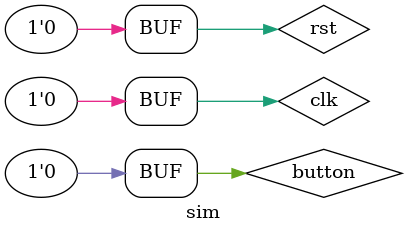
<source format=v>
`timescale 1ns / 1ps


module sim;
    // Inputs
    reg rst;
    reg clk;
    reg button;
    // Outputs
    wire [31:0] led;
    wire ZF,OF;
    R_CPU uut(
        .rst(rst),
        .clk(clk),
        .F(led),
        .ZF(ZF),
        .OF(OF)
    );

    initial begin
        // Initialize Inputs
		rst = 0;
        clk = 0;
        button = 0;
        
		// Wait 100 ns for global reset to finish
		#100;

        #20
        clk = 1;
        #20
        clk = 0;
        #20
        clk = 1;
        #20
        clk = 0;
        #20
        clk = 1;
        #20
        clk = 0;
        #20
        clk = 1;
        #20
        clk = 0;
        #20
        clk = 1;
        #20
        clk = 0;
        #20
        clk = 1;
        #20
        clk = 0;
        #20
        clk = 1;
        #20
        clk = 0;
        #20
        clk = 1;
        #20
        clk = 0;
        #20
        clk = 1;
        #20
        clk = 0;
        #20
        clk = 1;
        #20
        clk = 0;
        #20
        clk = 1;
        #20
        clk = 0;
        #20
        clk = 1;
        #20
        clk = 0;
        #20
        clk = 1;
        #20
        clk = 0;
        #20
        clk = 1;
        #20
        clk = 0;
        #20
        clk = 1;
        #20
        clk = 0;
        #20
        clk = 1;
        #20
        clk = 0;
        #20
        clk = 1;
        #20
        clk = 0;
        #20
        clk = 1;
        #20
        clk = 0;
        #20
        clk = 1;
        #20
        clk = 0;
        #20
        clk = 1;
        #20
        clk = 0;
        #20
        clk = 1;
        #20
        clk = 0;
        #20
        clk = 1;
        #20
        clk = 0;
        #20
        clk = 1;
        #20
        clk = 0;
        #20
        clk = 1;
        #20
        clk = 0;
        #20
        clk = 1;
        #20
        clk = 0;
        #20
        clk = 1;
        #20
        clk = 0;
        #20
        clk = 1;
        #20
        clk = 0;
        #20
        clk = 1;
        #20
        clk = 0;
        #20
        clk = 1;
        #20
        clk = 0;
        #20
        clk = 1;
        #20
        clk = 0;
        #20
        clk = 1;
        #20
        clk = 0;
        #20
        clk = 1;
        #20
        clk = 0;
        #20
        clk = 1;
        #20
        clk = 0;
        #20
        clk = 1;
        #20
        clk = 0;
        #20
        clk = 1;
        #20
        clk = 0;
        #20
        clk = 1;
        #20
        clk = 0;


    end
endmodule

</source>
